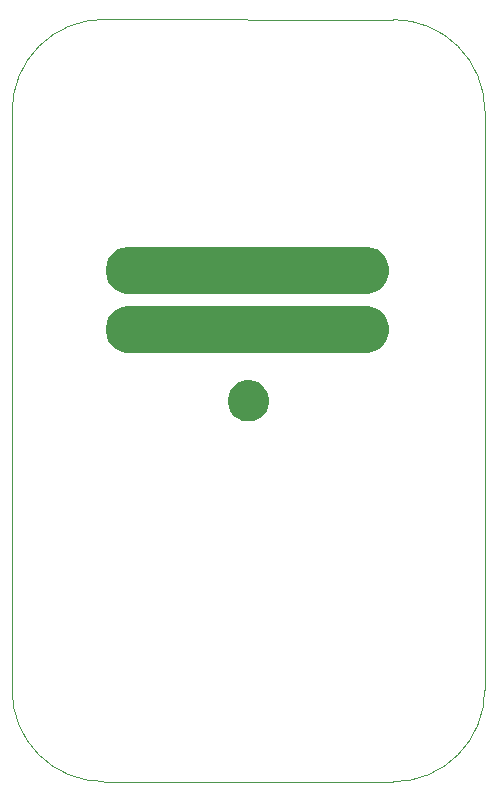
<source format=gbr>
%TF.GenerationSoftware,Altium Limited,Altium Designer,20.0.14 (345)*%
G04 Layer_Color=0*
%FSLAX45Y45*%
%MOMM*%
%TF.FileFunction,Profile,NP*%
%TF.Part,Single*%
G01*
G75*
%TA.AperFunction,Profile*%
%ADD43C,0.02540*%
G36*
X2991343Y3628074D02*
X991343D01*
X971644D01*
X933005Y3635760D01*
X896607Y3650836D01*
X863850Y3672724D01*
X835992Y3700582D01*
X814105Y3733339D01*
X799029Y3769736D01*
X791343Y3808376D01*
Y3847773D01*
X799029Y3886412D01*
X814105Y3922810D01*
X835992Y3955567D01*
X863850Y3983425D01*
X896607Y4005312D01*
X933005Y4020388D01*
X971644Y4028074D01*
X991343D01*
D01*
X2991343D01*
X3011041D01*
X3049681Y4020388D01*
X3086078Y4005312D01*
X3118836Y3983425D01*
X3146693Y3955567D01*
X3168581Y3922810D01*
X3183657Y3886412D01*
X3191343Y3847773D01*
Y3808376D01*
X3183657Y3769736D01*
X3168581Y3733339D01*
X3146693Y3700582D01*
X3118836Y3672724D01*
X3086078Y3650836D01*
X3049681Y3635760D01*
X3011041Y3628074D01*
X2991343D01*
D01*
D02*
G37*
G36*
X2000000Y3048770D02*
X1982764D01*
X1948954Y3055495D01*
X1917106Y3068687D01*
X1888444Y3087839D01*
X1864069Y3112214D01*
X1844917Y3140876D01*
X1831725Y3172724D01*
X1825000Y3206534D01*
Y3223770D01*
Y3241006D01*
X1831725Y3274815D01*
X1844917Y3306663D01*
X1864069Y3335326D01*
X1888444Y3359701D01*
X1917106Y3378853D01*
X1948954Y3392045D01*
X1982764Y3398770D01*
X2000000D01*
X2017236D01*
X2051045Y3392045D01*
X2082893Y3378853D01*
X2111556Y3359701D01*
X2135931Y3335326D01*
X2155083Y3306663D01*
X2168275Y3274815D01*
X2175000Y3241006D01*
Y3223770D01*
Y3206534D01*
X2168275Y3172724D01*
X2155083Y3140876D01*
X2135931Y3112214D01*
X2111556Y3087839D01*
X2082893Y3068687D01*
X2051045Y3055495D01*
X2017236Y3048770D01*
X2000000D01*
D01*
D02*
G37*
G36*
X2991343Y4127874D02*
X991343D01*
X971644D01*
X933005Y4135560D01*
X896607Y4150637D01*
X863850Y4172524D01*
X835992Y4200382D01*
X814105Y4233139D01*
X799029Y4269537D01*
X791343Y4308176D01*
Y4347573D01*
X799029Y4386212D01*
X814105Y4422610D01*
X835992Y4455367D01*
X863850Y4483225D01*
X896607Y4505112D01*
X933005Y4520189D01*
X971644Y4527875D01*
X991343D01*
D01*
X2991343D01*
X3011041D01*
X3049681Y4520189D01*
X3086078Y4505112D01*
X3118836Y4483225D01*
X3146693Y4455367D01*
X3168581Y4422610D01*
X3183657Y4386212D01*
X3191343Y4347573D01*
Y4308176D01*
X3183657Y4269537D01*
X3168581Y4233139D01*
X3146693Y4200382D01*
X3118836Y4172524D01*
X3086078Y4150637D01*
X3049681Y4135560D01*
X3011041Y4127874D01*
X2991343D01*
D01*
D02*
G37*
G36*
X25400Y1320800D02*
D01*
D02*
G37*
D43*
X774700Y-136D02*
G02*
X-1730Y774701I-1911J774517D01*
G01*
X0Y774700D01*
Y5676900D01*
X-136Y5676900D01*
D02*
G02*
X774701Y6453330I774517J1911D01*
G01*
X3225800Y6451600D01*
Y6451736D01*
D02*
G02*
X4002230Y5676899I1911J-774517D01*
G01*
X4000500Y5676900D01*
Y774700D01*
X4000636Y774700D01*
D02*
G02*
X3225799Y-1730I-774517J-1911D01*
G01*
Y0D01*
X774700Y-136D01*
%TF.MD5,660f871896b121a30691f5b67cc4ce97*%
M02*

</source>
